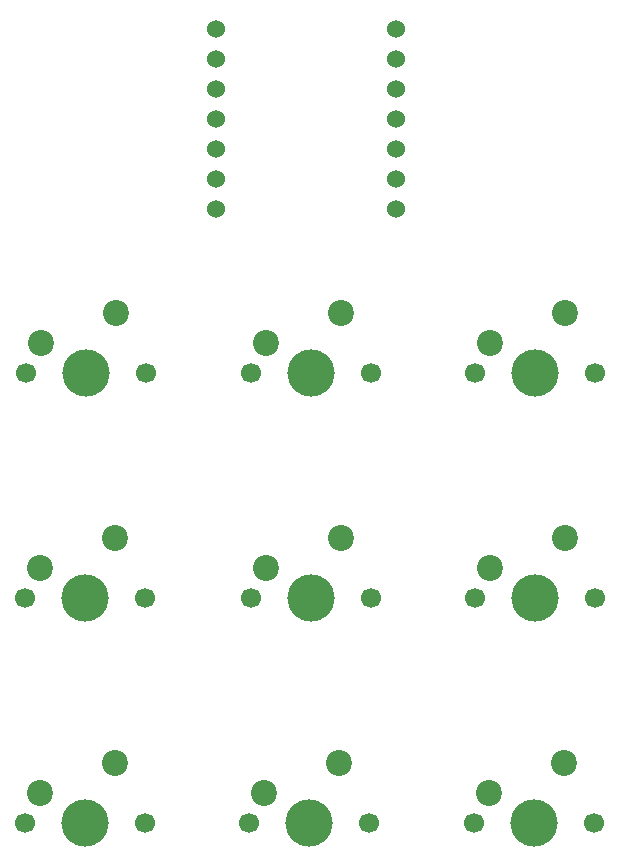
<source format=gbr>
%TF.GenerationSoftware,KiCad,Pcbnew,9.0.5*%
%TF.CreationDate,2025-12-26T20:20:44+00:00*%
%TF.ProjectId,macro pad,6d616372-6f20-4706-9164-2e6b69636164,rev?*%
%TF.SameCoordinates,Original*%
%TF.FileFunction,Soldermask,Bot*%
%TF.FilePolarity,Negative*%
%FSLAX46Y46*%
G04 Gerber Fmt 4.6, Leading zero omitted, Abs format (unit mm)*
G04 Created by KiCad (PCBNEW 9.0.5) date 2025-12-26 20:20:44*
%MOMM*%
%LPD*%
G01*
G04 APERTURE LIST*
%ADD10C,2.200000*%
%ADD11C,1.700000*%
%ADD12C,4.000000*%
%ADD13C,1.524000*%
G04 APERTURE END LIST*
D10*
%TO.C,SW3*%
X26000000Y-84500000D03*
X32350000Y-81960000D03*
D11*
X34890000Y-87040000D03*
D12*
X29810000Y-87040000D03*
D11*
X24730000Y-87040000D03*
%TD*%
D10*
%TO.C,SW6*%
X45000000Y-84500000D03*
X51350000Y-81960000D03*
D11*
X53890000Y-87040000D03*
D12*
X48810000Y-87040000D03*
D11*
X43730000Y-87040000D03*
%TD*%
D10*
%TO.C,SW9*%
X64000000Y-84500000D03*
X70350000Y-81960000D03*
D11*
X72890000Y-87040000D03*
D12*
X67810000Y-87040000D03*
D11*
X62730000Y-87040000D03*
%TD*%
D13*
%TO.C,U1*%
X40880000Y-19880000D03*
X40880000Y-22420000D03*
X40880000Y-24960000D03*
X40880000Y-27500000D03*
X40880000Y-30040000D03*
X40880000Y-32580000D03*
X40880000Y-35120000D03*
X56120000Y-35120000D03*
X56120000Y-32580000D03*
X56120000Y-30040000D03*
X56120000Y-27500000D03*
X56120000Y-24960000D03*
X56120000Y-22420000D03*
X56120000Y-19880000D03*
%TD*%
D11*
%TO.C,SW8*%
X62840000Y-68000000D03*
D12*
X67920000Y-68000000D03*
D11*
X73000000Y-68000000D03*
D10*
X70460000Y-62920000D03*
X64110000Y-65460000D03*
%TD*%
D11*
%TO.C,SW7*%
X62840000Y-49000000D03*
D12*
X67920000Y-49000000D03*
D11*
X73000000Y-49000000D03*
D10*
X70460000Y-43920000D03*
X64110000Y-46460000D03*
%TD*%
D11*
%TO.C,SW5*%
X43840000Y-68000000D03*
D12*
X48920000Y-68000000D03*
D11*
X54000000Y-68000000D03*
D10*
X51460000Y-62920000D03*
X45110000Y-65460000D03*
%TD*%
D11*
%TO.C,SW4*%
X43840000Y-49000000D03*
D12*
X48920000Y-49000000D03*
D11*
X54000000Y-49000000D03*
D10*
X51460000Y-43920000D03*
X45110000Y-46460000D03*
%TD*%
D11*
%TO.C,SW2*%
X24730000Y-68040000D03*
D12*
X29810000Y-68040000D03*
D11*
X34890000Y-68040000D03*
D10*
X32350000Y-62960000D03*
X26000000Y-65500000D03*
%TD*%
D11*
%TO.C,SW1*%
X24840000Y-49000000D03*
D12*
X29920000Y-49000000D03*
D11*
X35000000Y-49000000D03*
D10*
X32460000Y-43920000D03*
X26110000Y-46460000D03*
%TD*%
M02*

</source>
